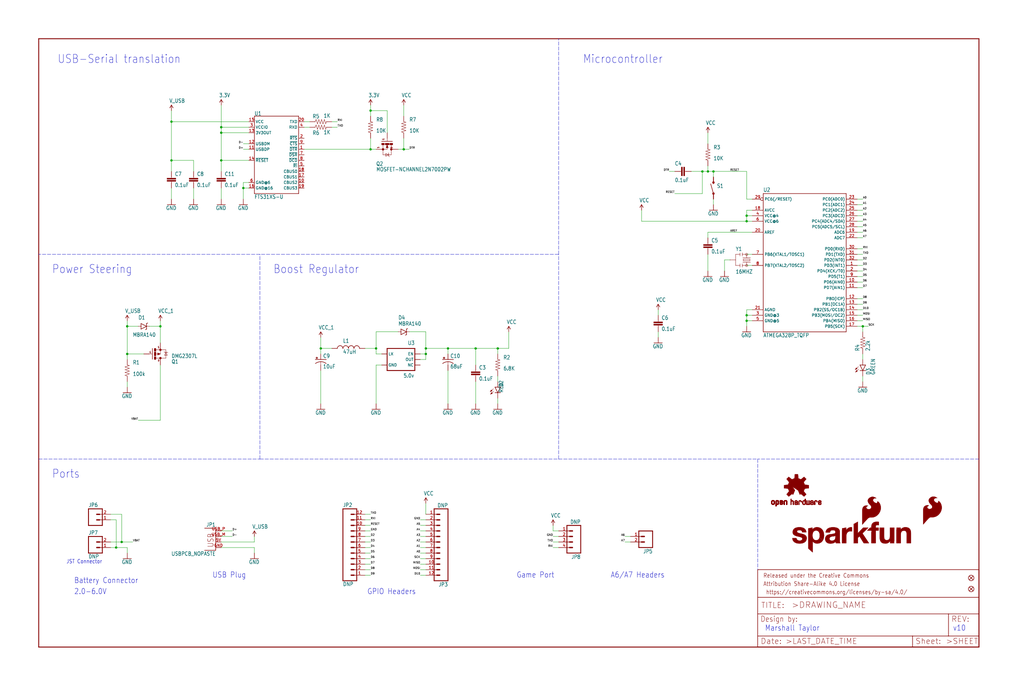
<source format=kicad_sch>
(kicad_sch (version 20211123) (generator eeschema)
  (paper "User" 470.306 317.906)
  (lib_symbols
    (symbol "eagleSchem-eagle-import:0.1UF-25V(+80{slash}-20%)(0603)"
      (property "Reference" "C" (at 1.524 2.921 0))
      (property "Value" "0.1UF-25V(+80{slash}-20%)(0603)" (at 1.524 -2.159 0))
      (symbol "0.1UF-25V(+80{slash}-20%)(0603)_1_0"
        (pin passive line (at 0 5.08 270) (length 2.54) (name "1") (number "1"))
        (pin passive line (at 0 -2.54 90) (length 2.54) (name "2") (number "2"))
      )
    )
    (symbol "eagleSchem-eagle-import:100KOHM-1{slash}10W-1%(0603)"
      (property "Reference" "R" (at -3.81 1.4986 0))
      (property "Value" "100KOHM-1{slash}10W-1%(0603)" (at -3.81 -3.302 0))
      (symbol "100KOHM-1{slash}10W-1%(0603)_1_0"
        (pin passive line (at -5.08 0 0) (length 2.54) (name "1") (number "1"))
        (pin passive line (at 5.08 0 180) (length 2.54) (name "2") (number "2"))
      )
    )
    (symbol "eagleSchem-eagle-import:10KOHM-1{slash}10W-1%(0603)0603"
      (property "Reference" "R" (at -3.81 1.4986 0))
      (property "Value" "10KOHM-1{slash}10W-1%(0603)0603" (at -3.81 -3.302 0))
      (symbol "10KOHM-1{slash}10W-1%(0603)0603_1_0"
        (pin passive line (at -5.08 0 0) (length 2.54) (name "1") (number "1"))
        (pin passive line (at 5.08 0 180) (length 2.54) (name "2") (number "2"))
      )
    )
    (symbol "eagleSchem-eagle-import:10UF-16V-10%(TANT)"
      (property "Reference" "C" (at 1.016 0.635 0))
      (property "Value" "10UF-16V-10%(TANT)" (at 1.016 -4.191 0))
      (symbol "10UF-16V-10%(TANT)_1_0"
        (pin passive line (at 0 2.54 270) (length 2.54) (name "+") (number "A"))
        (pin passive line (at 0 -5.08 90) (length 2.54) (name "-") (number "C"))
      )
    )
    (symbol "eagleSchem-eagle-import:1KOHM-1{slash}10W-1%(0603)"
      (property "Reference" "R" (at -3.81 1.4986 0))
      (property "Value" "1KOHM-1{slash}10W-1%(0603)" (at -3.81 -3.302 0))
      (symbol "1KOHM-1{slash}10W-1%(0603)_1_0"
        (pin passive line (at -5.08 0 0) (length 2.54) (name "1") (number "1"))
        (pin passive line (at 5.08 0 180) (length 2.54) (name "2") (number "2"))
      )
    )
    (symbol "eagleSchem-eagle-import:2.2KOHM-1{slash}10W-1%(0603)"
      (property "Reference" "R" (at -3.81 1.4986 0))
      (property "Value" "2.2KOHM-1{slash}10W-1%(0603)" (at -3.81 -3.302 0))
      (symbol "2.2KOHM-1{slash}10W-1%(0603)_1_0"
        (pin passive line (at -5.08 0 0) (length 2.54) (name "1") (number "1"))
        (pin passive line (at 5.08 0 180) (length 2.54) (name "2") (number "2"))
      )
    )
    (symbol "eagleSchem-eagle-import:3.3V" (power)
      (property "Value" "3.3V" (at -1.016 3.556 0))
      (symbol "3.3V_1_0"
        (pin power_in line (at 0 0 90) (length 2.54) (name "3.3V") (number "1"))
      )
    )
    (symbol "eagleSchem-eagle-import:6.8KOHM1{slash}10W1%(0603)"
      (property "Reference" "R" (at -3.81 1.4986 0))
      (property "Value" "6.8KOHM1{slash}10W1%(0603)" (at -3.81 -3.302 0))
      (symbol "6.8KOHM1{slash}10W1%(0603)_1_0"
        (pin passive line (at -5.08 0 0) (length 2.54) (name "1") (number "1"))
        (pin passive line (at 5.08 0 180) (length 2.54) (name "2") (number "2"))
      )
    )
    (symbol "eagleSchem-eagle-import:68UF-10V-10%(TANT)"
      (property "Reference" "C" (at 1.016 0.635 0))
      (property "Value" "68UF-10V-10%(TANT)" (at 1.016 -4.191 0))
      (symbol "68UF-10V-10%(TANT)_1_0"
        (pin passive line (at 0 2.54 270) (length 2.54) (name "+") (number "A"))
        (pin passive line (at 0 -5.08 90) (length 2.54) (name "-") (number "C"))
      )
    )
    (symbol "eagleSchem-eagle-import:ATMEGA328P_TQFP"
      (property "Reference" "U" (at -20.32 33.782 0))
      (property "Value" "ATMEGA328P_TQFP" (at -20.32 -33.02 0))
      (symbol "ATMEGA328P_TQFP_1_0"
        (pin bidirectional line (at 22.86 0 180) (length 5.08) (name "PD3(INT1)") (number "1"))
        (pin bidirectional line (at 22.86 -7.62 180) (length 5.08) (name "PD6(AIN0)") (number "10"))
        (pin bidirectional line (at 22.86 -10.16 180) (length 5.08) (name "PD7(AIN1)") (number "11"))
        (pin bidirectional line (at 22.86 -15.24 180) (length 5.08) (name "PB0(ICP)") (number "12"))
        (pin bidirectional line (at 22.86 -17.78 180) (length 5.08) (name "PB1(OC1A)") (number "13"))
        (pin bidirectional line (at 22.86 -20.32 180) (length 5.08) (name "PB2(SS/OC1B)") (number "14"))
        (pin bidirectional line (at 22.86 -22.86 180) (length 5.08) (name "PB3(MOSI/OC2)") (number "15"))
        (pin bidirectional line (at 22.86 -25.4 180) (length 5.08) (name "PB4(MISO)") (number "16"))
        (pin bidirectional line (at 22.86 -27.94 180) (length 5.08) (name "PB5(SCK)") (number "17"))
        (pin bidirectional line (at -25.4 25.4 0) (length 5.08) (name "AVCC") (number "18"))
        (pin bidirectional line (at 22.86 15.24 180) (length 5.08) (name "ADC6") (number "19"))
        (pin bidirectional line (at 22.86 -2.54 180) (length 5.08) (name "PD4(XCK/T0)") (number "2"))
        (pin bidirectional line (at -25.4 15.24 0) (length 5.08) (name "AREF") (number "20"))
        (pin bidirectional line (at -25.4 -20.32 0) (length 5.08) (name "AGND") (number "21"))
        (pin bidirectional line (at 22.86 12.7 180) (length 5.08) (name "ADC7") (number "22"))
        (pin bidirectional line (at 22.86 30.48 180) (length 5.08) (name "PC0(ADC0)") (number "23"))
        (pin bidirectional line (at 22.86 27.94 180) (length 5.08) (name "PC1(ADC1)") (number "24"))
        (pin bidirectional line (at 22.86 25.4 180) (length 5.08) (name "PC2(ADC2)") (number "25"))
        (pin bidirectional line (at 22.86 22.86 180) (length 5.08) (name "PC3(ADC3)") (number "26"))
        (pin bidirectional line (at 22.86 20.32 180) (length 5.08) (name "PC4(ADC4/SDA)") (number "27"))
        (pin bidirectional line (at 22.86 17.78 180) (length 5.08) (name "PC5(ADC5/SCL)") (number "28"))
        (pin bidirectional inverted (at -25.4 30.48 0) (length 5.08) (name "PC6(/RESET)") (number "29"))
        (pin bidirectional line (at -25.4 -22.86 0) (length 5.08) (name "GND@3") (number "3"))
        (pin bidirectional line (at 22.86 7.62 180) (length 5.08) (name "PD0(RXD)") (number "30"))
        (pin bidirectional line (at 22.86 5.08 180) (length 5.08) (name "PD1(TXD)") (number "31"))
        (pin bidirectional line (at 22.86 2.54 180) (length 5.08) (name "PD2(INT0)") (number "32"))
        (pin bidirectional line (at -25.4 22.86 0) (length 5.08) (name "VCC@4") (number "4"))
        (pin bidirectional line (at -25.4 -25.4 0) (length 5.08) (name "GND@5") (number "5"))
        (pin bidirectional line (at -25.4 20.32 0) (length 5.08) (name "VCC@6") (number "6"))
        (pin bidirectional line (at -25.4 5.08 0) (length 5.08) (name "PB6(XTAL1/TOSC1)") (number "7"))
        (pin bidirectional line (at -25.4 0 0) (length 5.08) (name "PB7(XTAL2/TOSC2)") (number "8"))
        (pin bidirectional line (at 22.86 -5.08 180) (length 5.08) (name "PD5(T1)") (number "9"))
      )
    )
    (symbol "eagleSchem-eagle-import:DIODE-SCHOTTKY-MBRA140"
      (property "Reference" "D" (at 2.54 0.4826 0))
      (property "Value" "DIODE-SCHOTTKY-MBRA140" (at 2.54 -2.3114 0))
      (symbol "DIODE-SCHOTTKY-MBRA140_1_0"
        (pin passive line (at -2.54 0 0) (length 0) (name "A") (number "A"))
        (pin passive line (at 2.54 0 180) (length 0) (name "C") (number "C"))
      )
    )
    (symbol "eagleSchem-eagle-import:FIDUCIAL1X2")
    (symbol "eagleSchem-eagle-import:FRAME-LEDGER"
      (symbol "FRAME-LEDGER_2_0"
        (text " https://creativecommons.org/licenses/by-sa/4.0/" (at 2.54 24.13 0) (effects (font (size 1.9304 1.6408)) (justify left bottom)))
        (text ">DRAWING_NAME" (at 15.494 17.78 0) (effects (font (size 2.7432 2.7432)) (justify left bottom)))
        (text ">LAST_DATE_TIME" (at 12.7 1.27 0) (effects (font (size 2.54 2.54)) (justify left bottom)))
        (text ">SHEET" (at 86.36 1.27 0) (effects (font (size 2.54 2.54)) (justify left bottom)))
        (text "Attribution Share-Alike 4.0 License" (at 2.54 27.94 0) (effects (font (size 1.9304 1.6408)) (justify left bottom)))
        (text "Date:" (at 1.27 1.27 0) (effects (font (size 2.54 2.54)) (justify left bottom)))
        (text "Design by:" (at 1.27 11.43 0) (effects (font (size 2.54 2.159)) (justify left bottom)))
        (text "Released under the Creative Commons" (at 2.54 31.75 0) (effects (font (size 1.9304 1.6408)) (justify left bottom)))
        (text "REV:" (at 88.9 11.43 0) (effects (font (size 2.54 2.54)) (justify left bottom)))
        (text "Sheet:" (at 72.39 1.27 0) (effects (font (size 2.54 2.54)) (justify left bottom)))
        (text "TITLE:" (at 1.524 17.78 0) (effects (font (size 2.54 2.54)) (justify left bottom)))
      )
    )
    (symbol "eagleSchem-eagle-import:FT231XS"
      (property "Reference" "U" (at -10.16 18.034 0))
      (property "Value" "FT231XS" (at -10.16 -18.288 0))
      (symbol "FT231XS_1_0"
        (pin bidirectional line (at 12.7 2.54 180) (length 2.54) (name "~{DTR}") (number "1"))
        (pin bidirectional line (at 12.7 -12.7 180) (length 2.54) (name "CBUS2") (number "10"))
        (pin bidirectional line (at -12.7 2.54 0) (length 2.54) (name "USBDP") (number "11"))
        (pin bidirectional line (at -12.7 5.08 0) (length 2.54) (name "USBDM") (number "12"))
        (pin bidirectional line (at -12.7 10.16 0) (length 2.54) (name "3V3OUT") (number "13"))
        (pin bidirectional line (at -12.7 -2.54 0) (length 2.54) (name "~{RESET}") (number "14"))
        (pin bidirectional line (at -12.7 15.24 0) (length 2.54) (name "VCC") (number "15"))
        (pin bidirectional line (at -12.7 -15.24 0) (length 2.54) (name "GND@16") (number "16"))
        (pin bidirectional line (at 12.7 -10.16 180) (length 2.54) (name "CBUS1") (number "17"))
        (pin bidirectional line (at 12.7 -7.62 180) (length 2.54) (name "CBUS0") (number "18"))
        (pin bidirectional line (at 12.7 -15.24 180) (length 2.54) (name "CBUS3") (number "19"))
        (pin bidirectional line (at 12.7 7.62 180) (length 2.54) (name "~{RTS}") (number "2"))
        (pin bidirectional line (at 12.7 15.24 180) (length 2.54) (name "TXD") (number "20"))
        (pin bidirectional line (at -12.7 12.7 0) (length 2.54) (name "VCCIO") (number "3"))
        (pin bidirectional line (at 12.7 12.7 180) (length 2.54) (name "RXD") (number "4"))
        (pin bidirectional line (at 12.7 -5.08 180) (length 2.54) (name "~{RI}") (number "5"))
        (pin bidirectional line (at -12.7 -12.7 0) (length 2.54) (name "GND@6") (number "6"))
        (pin bidirectional line (at 12.7 0 180) (length 2.54) (name "~{DSR}") (number "7"))
        (pin bidirectional line (at 12.7 -2.54 180) (length 2.54) (name "~{DCD}") (number "8"))
        (pin bidirectional line (at 12.7 5.08 180) (length 2.54) (name "~{CTS}") (number "9"))
      )
    )
    (symbol "eagleSchem-eagle-import:GND" (power)
      (property "Value" "GND" (at -2.54 -2.54 0))
      (symbol "GND_1_0"
        (pin power_in line (at 0 2.54 270) (length 2.54) (name "GND") (number "1"))
      )
    )
    (symbol "eagleSchem-eagle-import:INDUCTORCR54-47UH"
      (property "Reference" "L" (at 2.54 5.08 0))
      (property "Value" "INDUCTORCR54-47UH" (at 2.54 -5.08 0))
      (symbol "INDUCTORCR54-47UH_1_0"
        (pin passive line (at 0 7.62 270) (length 2.54) (name "1") (number "P$1"))
        (pin passive line (at 0 -7.62 90) (length 2.54) (name "2") (number "P$2"))
      )
    )
    (symbol "eagleSchem-eagle-import:LED-GREEN0603"
      (property "Reference" "D" (at 3.556 -4.572 90))
      (property "Value" "LED-GREEN0603" (at 5.715 -4.572 90))
      (symbol "LED-GREEN0603_1_0"
        (pin passive line (at 0 2.54 270) (length 2.54) (name "A") (number "A"))
        (pin passive line (at 0 -5.08 90) (length 2.54) (name "C") (number "C"))
      )
    )
    (symbol "eagleSchem-eagle-import:LED-RED0603"
      (property "Reference" "D" (at 3.556 -4.572 90))
      (property "Value" "LED-RED0603" (at 5.715 -4.572 90))
      (symbol "LED-RED0603_1_0"
        (pin passive line (at 0 2.54 270) (length 2.54) (name "A") (number "A"))
        (pin passive line (at 0 -5.08 90) (length 2.54) (name "C") (number "C"))
      )
    )
    (symbol "eagleSchem-eagle-import:M021X02_NO_SILK"
      (property "Reference" "JP" (at -2.54 5.842 0))
      (property "Value" "M021X02_NO_SILK" (at -2.54 -5.08 0))
      (symbol "M021X02_NO_SILK_1_0"
        (pin passive line (at 7.62 0 180) (length 5.08) (name "1") (number "1"))
        (pin passive line (at 7.62 2.54 180) (length 5.08) (name "2") (number "2"))
      )
    )
    (symbol "eagleSchem-eagle-import:M02JST-PTH-2"
      (property "Reference" "JP" (at -2.54 5.842 0))
      (property "Value" "M02JST-PTH-2" (at -2.54 -5.08 0))
      (symbol "M02JST-PTH-2_1_0"
        (pin passive line (at 7.62 0 180) (length 5.08) (name "1") (number "1"))
        (pin passive line (at 7.62 2.54 180) (length 5.08) (name "2") (number "2"))
      )
    )
    (symbol "eagleSchem-eagle-import:M04NO_SILK_ALL_ROUND"
      (property "Reference" "JP" (at -5.08 8.382 0))
      (property "Value" "M04NO_SILK_ALL_ROUND" (at -5.08 -7.62 0))
      (symbol "M04NO_SILK_ALL_ROUND_1_0"
        (pin passive line (at 5.08 -2.54 180) (length 5.08) (name "1") (number "1"))
        (pin passive line (at 5.08 0 180) (length 5.08) (name "2") (number "2"))
        (pin passive line (at 5.08 2.54 180) (length 5.08) (name "3") (number "3"))
        (pin passive line (at 5.08 5.08 180) (length 5.08) (name "4") (number "4"))
      )
    )
    (symbol "eagleSchem-eagle-import:M12NO_SILK"
      (property "Reference" "JP" (at 0 16.002 0))
      (property "Value" "M12NO_SILK" (at 0 -20.32 0))
      (symbol "M12NO_SILK_1_0"
        (pin passive line (at 10.16 -15.24 180) (length 5.08) (name "1") (number "1"))
        (pin passive line (at 10.16 7.62 180) (length 5.08) (name "10") (number "10"))
        (pin passive line (at 10.16 10.16 180) (length 5.08) (name "11") (number "11"))
        (pin passive line (at 10.16 12.7 180) (length 5.08) (name "12") (number "12"))
        (pin passive line (at 10.16 -12.7 180) (length 5.08) (name "2") (number "2"))
        (pin passive line (at 10.16 -10.16 180) (length 5.08) (name "3") (number "3"))
        (pin passive line (at 10.16 -7.62 180) (length 5.08) (name "4") (number "4"))
        (pin passive line (at 10.16 -5.08 180) (length 5.08) (name "5") (number "5"))
        (pin passive line (at 10.16 -2.54 180) (length 5.08) (name "6") (number "6"))
        (pin passive line (at 10.16 0 180) (length 5.08) (name "7") (number "7"))
        (pin passive line (at 10.16 2.54 180) (length 5.08) (name "8") (number "8"))
        (pin passive line (at 10.16 5.08 180) (length 5.08) (name "9") (number "9"))
      )
    )
    (symbol "eagleSchem-eagle-import:MOSFET-NCHANNEL2N7002PW"
      (property "Reference" "Q" (at 5.08 2.54 0))
      (property "Value" "MOSFET-NCHANNEL2N7002PW" (at 5.08 0 0))
      (symbol "MOSFET-NCHANNEL2N7002PW_1_0"
        (text "D" (at -1.27 2.54 0) (effects (font (size 0.8128 0.6908)) (justify left bottom)))
        (text "G" (at -5.08 -1.27 0) (effects (font (size 0.8128 0.6908)) (justify left bottom)))
        (text "S" (at -1.27 -3.556 0) (effects (font (size 0.8128 0.6908)) (justify left bottom)))
        (pin passive line (at -7.62 0 0) (length 2.54) (name "G") (number "1"))
        (pin passive line (at 0 -5.08 90) (length 2.54) (name "S") (number "2"))
        (pin passive line (at 0 5.08 270) (length 2.54) (name "D") (number "3"))
      )
    )
    (symbol "eagleSchem-eagle-import:MOSFET-PCHANNELDMG2307L"
      (property "Reference" "Q" (at 5.08 2.54 0))
      (property "Value" "MOSFET-PCHANNELDMG2307L" (at 5.08 0 0))
      (symbol "MOSFET-PCHANNELDMG2307L_1_0"
        (text "D" (at -1.27 2.54 0) (effects (font (size 0.8128 0.6908)) (justify left bottom)))
        (text "G" (at -5.08 -1.27 0) (effects (font (size 0.8128 0.6908)) (justify left bottom)))
        (text "S" (at -1.27 -3.556 0) (effects (font (size 0.8128 0.6908)) (justify left bottom)))
        (pin passive line (at -7.62 0 0) (length 2.54) (name "G") (number "1"))
        (pin passive line (at 0 -5.08 90) (length 2.54) (name "S") (number "2"))
        (pin passive line (at 0 5.08 270) (length 2.54) (name "D") (number "3"))
      )
    )
    (symbol "eagleSchem-eagle-import:OSHW-LOGOS")
    (symbol "eagleSchem-eagle-import:RESONATOR16MHZ"
      (property "Reference" "Y" (at 2.54 1.016 0))
      (property "Value" "RESONATOR16MHZ" (at 2.54 -7.62 0))
      (symbol "RESONATOR16MHZ_1_0"
        (pin passive line (at -2.54 0 0) (length 0) (name "1") (number "1"))
        (pin passive line (at 0 -7.62 90) (length 0) (name "2") (number "2"))
        (pin passive line (at 2.54 0 180) (length 0) (name "3") (number "3"))
      )
    )
    (symbol "eagleSchem-eagle-import:SFE_LOGO_FLAME.1_INCH")
    (symbol "eagleSchem-eagle-import:SFE_LOGO_NAME_FLAME.1_INCH")
    (symbol "eagleSchem-eagle-import:SWITCH-MOMENTARY-2SMD-REDUNDANT"
      (property "Reference" "S" (at -2.54 2.54 0))
      (property "Value" "SWITCH-MOMENTARY-2SMD-REDUNDANT" (at -2.54 -2.54 0))
      (symbol "SWITCH-MOMENTARY-2SMD-REDUNDANT_1_0"
        (pin passive line (at -5.08 0 0) (length 2.54) (name "1") (number "1"))
        (pin passive line (at -5.08 0 0) (length 2.54) (name "1") (number "2"))
        (pin passive line (at 5.08 0 180) (length 2.54) (name "2") (number "3"))
        (pin passive line (at 5.08 0 180) (length 2.54) (name "2") (number "4"))
      )
    )
    (symbol "eagleSchem-eagle-import:USBPCB_NOPASTE"
      (property "Reference" "JP" (at 0 9.525 0))
      (property "Value" "USBPCB_NOPASTE" (at 0 -3.81 0))
      (symbol "USBPCB_NOPASTE_1_0"
        (text "USB" (at 3.81 0 900) (effects (font (size 2.54 2.159)) (justify left bottom)))
        (pin bidirectional line (at -2.54 2.54 0) (length 2.54) (name "VBUS") (number "5V"))
        (pin bidirectional line (at -2.54 0 0) (length 2.54) (name "GND") (number "GND"))
        (pin bidirectional line (at -2.54 5.08 0) (length 2.54) (name "D-") (number "USB_M"))
        (pin bidirectional line (at -2.54 7.62 0) (length 2.54) (name "D+") (number "USB_P"))
      )
    )
    (symbol "eagleSchem-eagle-import:VCC" (power)
      (property "Value" "VCC" (at -1.016 3.556 0))
      (symbol "VCC_1_0"
        (pin power_in line (at 0 0 90) (length 2.54) (name "VCC") (number "1"))
      )
    )
    (symbol "eagleSchem-eagle-import:VCC_1" (power)
      (property "Value" "VCC_1" (at -1.016 3.556 0))
      (symbol "VCC_1_1_0"
        (pin power_in line (at 0 0 90) (length 2.54) (name "VCC_1") (number "1"))
      )
    )
    (symbol "eagleSchem-eagle-import:V_REG_NCP1400_5V"
      (property "Reference" "IC" (at -5.08 6.604 0))
      (property "Value" "V_REG_NCP1400_5V" (at -4.826 -8.382 0))
      (symbol "V_REG_NCP1400_5V_1_0"
        (pin input line (at -7.62 2.54 0) (length 2.54) (name "EN") (number "1"))
        (pin passive line (at -7.62 0 0) (length 2.54) (name "OUT") (number "2"))
        (pin input line (at -7.62 -2.54 0) (length 2.54) (name "NC") (number "3"))
        (pin input line (at 10.16 -2.54 180) (length 2.54) (name "GND") (number "4"))
        (pin input line (at 10.16 2.54 180) (length 2.54) (name "LX") (number "5"))
      )
    )
    (symbol "eagleSchem-eagle-import:V_USB" (power)
      (property "Value" "V_USB" (at -1.016 3.556 0))
      (symbol "V_USB_1_0"
        (pin power_in line (at 0 0 90) (length 2.54) (name "V_USB") (number "1"))
      )
    )
  )
  (junction (at 327.66 78.74))
  (junction (at 195.58 162.56))
  (junction (at 322.58 78.74))
  (junction (at 205.74 160.02))
  (junction (at 170.18 50.8))
  (junction (at 111.76 86.36))
  (junction (at 101.6 73.66))
  (junction (at 342.9 101.6))
  (junction (at 55.88 248.92))
  (junction (at 396.24 149.86))
  (junction (at 228.6 160.02))
  (junction (at 170.18 68.58))
  (junction (at 58.42 162.56))
  (junction (at 325.12 78.74))
  (junction (at 78.74 73.66))
  (junction (at 147.32 160.02))
  (junction (at 172.72 160.02))
  (junction (at 101.6 60.96))
  (junction (at 78.74 55.88))
  (junction (at 195.58 160.02))
  (junction (at 218.44 160.02))
  (junction (at 185.42 68.58))
  (junction (at 342.9 99.06))
  (junction (at 58.42 149.86))
  (junction (at 342.9 144.78))
  (junction (at 73.66 149.86))
  (junction (at 342.9 147.32))
  (junction (at 101.6 58.42))
  (junction (at 53.34 251.46))
  (wire (pts (xy 167.64 261.62) (xy 170.18 261.62)))
  (wire (pts (xy 66.04 162.56) (xy 58.42 162.56)))
  (wire (pts (xy 177.8 50.8) (xy 177.8 60.96)))
  (wire (pts (xy 193.04 248.92) (xy 195.58 248.92)))
  (wire (pts (xy 152.4 55.88) (xy 154.94 55.88)))
  (wire (pts (xy 342.9 96.52) (xy 342.9 99.06)))
  (wire (pts (xy 152.4 58.42) (xy 154.94 58.42)))
  (wire (pts (xy 101.6 73.66) (xy 101.6 60.96)))
  (wire (pts (xy 175.26 167.64) (xy 172.72 167.64)))
  (wire (pts (xy 393.7 91.44) (xy 396.24 91.44)))
  (wire (pts (xy 345.44 144.78) (xy 342.9 144.78)))
  (wire (pts (xy 193.04 261.62) (xy 195.58 261.62)))
  (wire (pts (xy 193.04 251.46) (xy 195.58 251.46)))
  (wire (pts (xy 393.7 99.06) (xy 396.24 99.06)))
  (wire (pts (xy 393.7 96.52) (xy 396.24 96.52)))
  (wire (pts (xy 142.24 58.42) (xy 139.7 58.42)))
  (wire (pts (xy 78.74 73.66) (xy 78.74 55.88)))
  (wire (pts (xy 114.3 60.96) (xy 101.6 60.96)))
  (wire (pts (xy 345.44 142.24) (xy 342.9 142.24)))
  (wire (pts (xy 342.9 142.24) (xy 342.9 144.78)))
  (wire (pts (xy 55.88 236.22) (xy 55.88 248.92)))
  (wire (pts (xy 167.64 238.76) (xy 170.18 238.76)))
  (wire (pts (xy 170.18 68.58) (xy 172.72 68.58)))
  (wire (pts (xy 345.44 101.6) (xy 342.9 101.6)))
  (wire (pts (xy 50.8 236.22) (xy 55.88 236.22)))
  (wire (pts (xy 73.66 193.04) (xy 73.66 167.64)))
  (wire (pts (xy 114.3 55.88) (xy 78.74 55.88)))
  (wire (pts (xy 322.58 78.74) (xy 325.12 78.74)))
  (polyline (pts (xy 256.54 210.82) (xy 347.98 210.82)))
  (wire (pts (xy 325.12 106.68) (xy 325.12 109.22)))
  (wire (pts (xy 322.58 78.74) (xy 322.58 88.9)))
  (wire (pts (xy 55.88 248.92) (xy 60.96 248.92)))
  (wire (pts (xy 393.7 101.6) (xy 396.24 101.6)))
  (wire (pts (xy 68.58 149.86) (xy 73.66 149.86)))
  (wire (pts (xy 393.7 109.22) (xy 396.24 109.22)))
  (wire (pts (xy 147.32 160.02) (xy 147.32 154.94)))
  (wire (pts (xy 325.12 78.74) (xy 327.66 78.74)))
  (wire (pts (xy 393.7 132.08) (xy 396.24 132.08)))
  (wire (pts (xy 228.6 160.02) (xy 228.6 162.56)))
  (wire (pts (xy 101.6 248.92) (xy 116.84 248.92)))
  (wire (pts (xy 322.58 88.9) (xy 309.88 88.9)))
  (wire (pts (xy 193.04 241.3) (xy 195.58 241.3)))
  (wire (pts (xy 114.3 68.58) (xy 111.76 68.58)))
  (wire (pts (xy 170.18 53.34) (xy 170.18 50.8)))
  (wire (pts (xy 114.3 66.04) (xy 111.76 66.04)))
  (wire (pts (xy 393.7 121.92) (xy 396.24 121.92)))
  (wire (pts (xy 172.72 160.02) (xy 172.72 152.4)))
  (wire (pts (xy 78.74 78.74) (xy 78.74 73.66)))
  (wire (pts (xy 58.42 175.26) (xy 58.42 177.8)))
  (wire (pts (xy 342.9 99.06) (xy 342.9 101.6)))
  (wire (pts (xy 193.04 254) (xy 195.58 254)))
  (wire (pts (xy 332.74 119.38) (xy 332.74 124.46)))
  (wire (pts (xy 78.74 73.66) (xy 88.9 73.66)))
  (wire (pts (xy 147.32 160.02) (xy 147.32 162.56)))
  (wire (pts (xy 167.64 246.38) (xy 170.18 246.38)))
  (wire (pts (xy 342.9 144.78) (xy 342.9 147.32)))
  (wire (pts (xy 345.44 91.44) (xy 342.9 91.44)))
  (polyline (pts (xy 17.78 210.82) (xy 119.38 210.82)))
  (wire (pts (xy 167.64 256.54) (xy 170.18 256.54)))
  (wire (pts (xy 167.64 160.02) (xy 172.72 160.02)))
  (wire (pts (xy 218.44 175.26) (xy 218.44 185.42)))
  (wire (pts (xy 345.44 106.68) (xy 325.12 106.68)))
  (wire (pts (xy 396.24 162.56) (xy 396.24 165.1)))
  (polyline (pts (xy 119.38 210.82) (xy 256.54 210.82)))
  (wire (pts (xy 256.54 246.38) (xy 254 246.38)))
  (wire (pts (xy 393.7 144.78) (xy 396.24 144.78)))
  (wire (pts (xy 325.12 116.84) (xy 325.12 124.46)))
  (wire (pts (xy 167.64 236.22) (xy 170.18 236.22)))
  (wire (pts (xy 185.42 63.5) (xy 185.42 68.58)))
  (wire (pts (xy 50.8 238.76) (xy 53.34 238.76)))
  (wire (pts (xy 172.72 167.64) (xy 172.72 185.42)))
  (wire (pts (xy 142.24 55.88) (xy 139.7 55.88)))
  (wire (pts (xy 139.7 68.58) (xy 170.18 68.58)))
  (wire (pts (xy 228.6 172.72) (xy 228.6 175.26)))
  (wire (pts (xy 342.9 147.32) (xy 342.9 149.86)))
  (wire (pts (xy 114.3 83.82) (xy 111.76 83.82)))
  (wire (pts (xy 195.58 162.56) (xy 195.58 165.1)))
  (wire (pts (xy 195.58 165.1) (xy 193.04 165.1)))
  (wire (pts (xy 101.6 60.96) (xy 101.6 58.42)))
  (wire (pts (xy 101.6 58.42) (xy 114.3 58.42)))
  (wire (pts (xy 393.7 106.68) (xy 396.24 106.68)))
  (wire (pts (xy 58.42 149.86) (xy 63.5 149.86)))
  (wire (pts (xy 114.3 73.66) (xy 101.6 73.66)))
  (wire (pts (xy 205.74 170.18) (xy 205.74 185.42)))
  (polyline (pts (xy 119.38 116.84) (xy 17.78 116.84)))
  (wire (pts (xy 116.84 251.46) (xy 116.84 254)))
  (wire (pts (xy 218.44 160.02) (xy 218.44 167.64)))
  (wire (pts (xy 393.7 142.24) (xy 396.24 142.24)))
  (wire (pts (xy 88.9 73.66) (xy 88.9 78.74)))
  (wire (pts (xy 393.7 147.32) (xy 396.24 147.32)))
  (wire (pts (xy 195.58 231.14) (xy 195.58 236.22)))
  (polyline (pts (xy 347.98 210.82) (xy 347.98 261.62)))
  (wire (pts (xy 167.64 254) (xy 170.18 254)))
  (wire (pts (xy 393.7 104.14) (xy 396.24 104.14)))
  (wire (pts (xy 393.7 129.54) (xy 396.24 129.54)))
  (wire (pts (xy 233.68 160.02) (xy 233.68 152.4)))
  (wire (pts (xy 205.74 160.02) (xy 218.44 160.02)))
  (wire (pts (xy 167.64 259.08) (xy 170.18 259.08)))
  (wire (pts (xy 254 243.84) (xy 254 241.3)))
  (wire (pts (xy 396.24 149.86) (xy 398.78 149.86)))
  (polyline (pts (xy 449.58 210.82) (xy 347.98 210.82)))
  (wire (pts (xy 147.32 170.18) (xy 147.32 185.42)))
  (wire (pts (xy 101.6 243.84) (xy 106.68 243.84)))
  (wire (pts (xy 167.64 241.3) (xy 170.18 241.3)))
  (wire (pts (xy 116.84 248.92) (xy 116.84 246.38)))
  (wire (pts (xy 195.58 152.4) (xy 195.58 160.02)))
  (wire (pts (xy 170.18 50.8) (xy 170.18 48.26)))
  (wire (pts (xy 193.04 238.76) (xy 195.58 238.76)))
  (wire (pts (xy 167.64 248.92) (xy 170.18 248.92)))
  (wire (pts (xy 63.5 193.04) (xy 73.66 193.04)))
  (polyline (pts (xy 256.54 116.84) (xy 119.38 116.84)))
  (wire (pts (xy 342.9 91.44) (xy 342.9 78.74)))
  (wire (pts (xy 393.7 93.98) (xy 396.24 93.98)))
  (wire (pts (xy 327.66 91.44) (xy 327.66 93.98)))
  (wire (pts (xy 78.74 55.88) (xy 78.74 50.8)))
  (wire (pts (xy 294.64 96.52) (xy 294.64 101.6)))
  (wire (pts (xy 53.34 238.76) (xy 53.34 251.46)))
  (wire (pts (xy 187.96 152.4) (xy 195.58 152.4)))
  (wire (pts (xy 393.7 137.16) (xy 396.24 137.16)))
  (wire (pts (xy 193.04 256.54) (xy 195.58 256.54)))
  (wire (pts (xy 302.26 152.4) (xy 302.26 154.94)))
  (wire (pts (xy 228.6 160.02) (xy 233.68 160.02)))
  (wire (pts (xy 294.64 101.6) (xy 342.9 101.6)))
  (wire (pts (xy 195.58 162.56) (xy 195.58 160.02)))
  (wire (pts (xy 58.42 149.86) (xy 58.42 147.32)))
  (wire (pts (xy 345.44 116.84) (xy 342.9 116.84)))
  (wire (pts (xy 256.54 248.92) (xy 254 248.92)))
  (wire (pts (xy 218.44 160.02) (xy 228.6 160.02)))
  (wire (pts (xy 50.8 248.92) (xy 55.88 248.92)))
  (wire (pts (xy 345.44 147.32) (xy 342.9 147.32)))
  (wire (pts (xy 309.88 78.74) (xy 307.34 78.74)))
  (wire (pts (xy 193.04 264.16) (xy 195.58 264.16)))
  (wire (pts (xy 317.5 78.74) (xy 322.58 78.74)))
  (wire (pts (xy 172.72 152.4) (xy 182.88 152.4)))
  (wire (pts (xy 58.42 254) (xy 58.42 251.46)))
  (polyline (pts (xy 256.54 116.84) (xy 256.54 17.78)))
  (wire (pts (xy 345.44 121.92) (xy 342.9 121.92)))
  (wire (pts (xy 111.76 86.36) (xy 111.76 91.44)))
  (wire (pts (xy 342.9 78.74) (xy 327.66 78.74)))
  (wire (pts (xy 73.66 149.86) (xy 73.66 157.48)))
  (wire (pts (xy 175.26 162.56) (xy 172.72 162.56)))
  (wire (pts (xy 73.66 149.86) (xy 73.66 147.32)))
  (wire (pts (xy 152.4 160.02) (xy 147.32 160.02)))
  (wire (pts (xy 393.7 116.84) (xy 396.24 116.84)))
  (wire (pts (xy 58.42 165.1) (xy 58.42 162.56)))
  (polyline (pts (xy 256.54 210.82) (xy 256.54 116.84)))
  (wire (pts (xy 101.6 58.42) (xy 101.6 48.26)))
  (wire (pts (xy 101.6 246.38) (xy 106.68 246.38)))
  (wire (pts (xy 396.24 172.72) (xy 396.24 175.26)))
  (wire (pts (xy 193.04 246.38) (xy 195.58 246.38)))
  (wire (pts (xy 185.42 68.58) (xy 187.96 68.58)))
  (wire (pts (xy 111.76 83.82) (xy 111.76 86.36)))
  (wire (pts (xy 393.7 139.7) (xy 396.24 139.7)))
  (wire (pts (xy 185.42 53.34) (xy 185.42 48.26)))
  (wire (pts (xy 78.74 86.36) (xy 78.74 91.44)))
  (wire (pts (xy 393.7 124.46) (xy 396.24 124.46)))
  (wire (pts (xy 50.8 251.46) (xy 53.34 251.46)))
  (wire (pts (xy 325.12 60.96) (xy 325.12 66.04)))
  (wire (pts (xy 256.54 243.84) (xy 254 243.84)))
  (wire (pts (xy 167.64 251.46) (xy 170.18 251.46)))
  (wire (pts (xy 58.42 162.56) (xy 58.42 149.86)))
  (wire (pts (xy 111.76 86.36) (xy 114.3 86.36)))
  (wire (pts (xy 101.6 78.74) (xy 101.6 73.66)))
  (wire (pts (xy 289.56 246.38) (xy 287.02 246.38)))
  (wire (pts (xy 325.12 76.2) (xy 325.12 78.74)))
  (wire (pts (xy 256.54 251.46) (xy 254 251.46)))
  (wire (pts (xy 193.04 162.56) (xy 195.58 162.56)))
  (polyline (pts (xy 119.38 210.82) (xy 119.38 116.84)))
  (wire (pts (xy 167.64 264.16) (xy 170.18 264.16)))
  (wire (pts (xy 393.7 149.86) (xy 396.24 149.86)))
  (wire (pts (xy 170.18 50.8) (xy 177.8 50.8)))
  (wire (pts (xy 193.04 259.08) (xy 195.58 259.08)))
  (wire (pts (xy 101.6 91.44) (xy 101.6 86.36)))
  (wire (pts (xy 228.6 182.88) (xy 228.6 185.42)))
  (wire (pts (xy 393.7 119.38) (xy 396.24 119.38)))
  (wire (pts (xy 195.58 160.02) (xy 205.74 160.02)))
  (wire (pts (xy 396.24 152.4) (xy 396.24 149.86)))
  (wire (pts (xy 327.66 81.28) (xy 327.66 78.74)))
  (wire (pts (xy 182.88 68.58) (xy 185.42 68.58)))
  (wire (pts (xy 345.44 99.06) (xy 342.9 99.06)))
  (wire (pts (xy 172.72 162.56) (xy 172.72 160.02)))
  (wire (pts (xy 335.28 119.38) (xy 332.74 119.38)))
  (wire (pts (xy 170.18 68.58) (xy 170.18 63.5)))
  (wire (pts (xy 88.9 86.36) (xy 88.9 91.44)))
  (wire (pts (xy 393.7 114.3) (xy 396.24 114.3)))
  (wire (pts (xy 205.74 160.02) (xy 205.74 162.56)))
  (wire (pts (xy 302.26 142.24) (xy 302.26 144.78)))
  (wire (pts (xy 289.56 248.92) (xy 287.02 248.92)))
  (wire (pts (xy 167.64 243.84) (xy 170.18 243.84)))
  (wire (pts (xy 193.04 243.84) (xy 195.58 243.84)))
  (wire (pts (xy 345.44 96.52) (xy 342.9 96.52)))
  (wire (pts (xy 393.7 127) (xy 396.24 127)))
  (wire (pts (xy 53.34 251.46) (xy 58.42 251.46)))
  (wire (pts (xy 101.6 251.46) (xy 116.84 251.46)))
  (text "2.0-6.0V" (at 34.036 273.304 180) (effects (font (size 2.54 2.159)) (justify left bottom)))
  (text "Ports" (at 23.876 219.964 180) (effects (font (size 3.81 3.2385)) (justify left bottom)))
  (text "v10" (at 437.642 290.068 180) (effects (font (size 2.54 2.159)) (justify left bottom)))
  (text "USB-Serial translation" (at 26.416 29.464 180) (effects (font (size 3.81 3.2385)) (justify left bottom)))
  (text "Battery Connector" (at 34.036 268.224 180) (effects (font (size 2.54 2.159)) (justify left bottom)))
  (text "Marshall Taylor" (at 351.282 290.068 180) (effects (font (size 2.54 2.159)) (justify left bottom)))
  (text "GPIO Headers" (at 168.656 273.304 180) (effects (font (size 2.54 2.159)) (justify left bottom)))
  (text "JST Connector" (at 30.48 259.08 180) (effects (font (size 1.778 1.5113)) (justify left bottom)))
  (text "USB Plug" (at 97.536 265.684 180) (effects (font (size 2.54 2.159)) (justify left bottom)))
  (text "Boost Regulator" (at 125.476 125.984 180) (effects (font (size 3.81 3.2385)) (justify left bottom)))
  (text "A6/A7 Headers" (at 280.416 265.684 180) (effects (font (size 2.54 2.159)) (justify left bottom)))
  (text "Power Steering" (at 23.876 125.984 180) (effects (font (size 3.81 3.2385)) (justify left bottom)))
  (text "Game Port" (at 237.236 265.684 180) (effects (font (size 2.54 2.159)) (justify left bottom)))
  (text "Microcontroller" (at 267.716 29.464 180) (effects (font (size 3.81 3.2385)) (justify left bottom)))
  (label "A3" (at 193.04 246.38 180) (effects (font (size 0.889 0.889))))
  (label "MISO" (at 396.24 147.32 0) (effects (font (size 0.889 0.889))))
  (label "MOSI" (at 193.04 261.62 180) (effects (font (size 0.889 0.889))))
  (label "A5" (at 193.04 241.3 180) (effects (font (size 0.889 0.889))))
  (label "RXI" (at 170.18 238.76 0) (effects (font (size 0.889 0.889))))
  (label "D3" (at 396.24 121.92 0) (effects (font (size 0.889 0.889))))
  (label "D7" (at 396.24 132.08 0) (effects (font (size 0.889 0.889))))
  (label "RESET" (at 309.88 88.9 180) (effects (font (size 0.889 0.889))))
  (label "SCK" (at 398.78 149.86 0) (effects (font (size 0.889 0.889))))
  (label "D9" (at 396.24 139.7 0) (effects (font (size 0.889 0.889))))
  (label "D6" (at 396.24 129.54 0) (effects (font (size 0.889 0.889))))
  (label "VBAT" (at 60.96 248.92 0) (effects (font (size 0.889 0.889))))
  (label "A7" (at 287.02 248.92 180) (effects (font (size 0.889 0.889))))
  (label "A4" (at 396.24 101.6 0) (effects (font (size 0.889 0.889))))
  (label "A5" (at 396.24 104.14 0) (effects (font (size 0.889 0.889))))
  (label "SCK" (at 193.04 256.54 180) (effects (font (size 0.889 0.889))))
  (label "A6" (at 396.24 106.68 0) (effects (font (size 0.889 0.889))))
  (label "A2" (at 193.04 248.92 180) (effects (font (size 0.889 0.889))))
  (label "A0" (at 396.24 91.44 0) (effects (font (size 0.889 0.889))))
  (label "TXO" (at 396.24 116.84 0) (effects (font (size 0.889 0.889))))
  (label "A4" (at 193.04 243.84 180) (effects (font (size 0.889 0.889))))
  (label "GND" (at 193.04 238.76 180) (effects (font (size 0.889 0.889))))
  (label "AREF" (at 335.28 106.68 0) (effects (font (size 0.889 0.889))))
  (label "D4" (at 170.18 251.46 0) (effects (font (size 0.889 0.889))))
  (label "TXO" (at 254 248.92 180) (effects (font (size 0.889 0.889))))
  (label "D+" (at 111.76 68.58 180) (effects (font (size 0.889 0.889))))
  (label "A0" (at 193.04 254 180) (effects (font (size 0.889 0.889))))
  (label "D8" (at 170.18 261.62 0) (effects (font (size 0.889 0.889))))
  (label "TXO" (at 154.94 58.42 0) (effects (font (size 0.889 0.889))))
  (label "RXI" (at 254 251.46 180) (effects (font (size 0.889 0.889))))
  (label "DTR" (at 307.34 78.74 180) (effects (font (size 0.889 0.889))))
  (label "D9" (at 170.18 264.16 0) (effects (font (size 0.889 0.889))))
  (label "D+" (at 106.68 243.84 0) (effects (font (size 0.889 0.889))))
  (label "D2" (at 396.24 119.38 0) (effects (font (size 0.889 0.889))))
  (label "D3" (at 170.18 248.92 0) (effects (font (size 0.889 0.889))))
  (label "D10" (at 193.04 264.16 180) (effects (font (size 0.889 0.889))))
  (label "D6" (at 170.18 256.54 0) (effects (font (size 0.889 0.889))))
  (label "GND" (at 254 246.38 180) (effects (font (size 0.889 0.889))))
  (label "A2" (at 396.24 96.52 0) (effects (font (size 0.889 0.889))))
  (label "MISO" (at 193.04 259.08 180) (effects (font (size 0.889 0.889))))
  (label "RXI" (at 396.24 114.3 0) (effects (font (size 0.889 0.889))))
  (label "RXI" (at 154.94 55.88 0) (effects (font (size 0.889 0.889))))
  (label "D-" (at 111.76 66.04 180) (effects (font (size 0.889 0.889))))
  (label "D4" (at 396.24 124.46 0) (effects (font (size 0.889 0.889))))
  (label "D10" (at 396.24 142.24 0) (effects (font (size 0.889 0.889))))
  (label "D-" (at 106.68 246.38 0) (effects (font (size 0.889 0.889))))
  (label "A6" (at 287.02 246.38 180) (effects (font (size 0.889 0.889))))
  (label "DTR" (at 187.96 68.58 0) (effects (font (size 0.889 0.889))))
  (label "D7" (at 170.18 259.08 0) (effects (font (size 0.889 0.889))))
  (label "VBAT" (at 63.5 193.04 180) (effects (font (size 0.889 0.889))))
  (label "A1" (at 193.04 251.46 180) (effects (font (size 0.889 0.889))))
  (label "A7" (at 396.24 109.22 0) (effects (font (size 0.889 0.889))))
  (label "D5" (at 170.18 254 0) (effects (font (size 0.889 0.889))))
  (label "GND" (at 170.18 243.84 0) (effects (font (size 0.889 0.889))))
  (label "RESET" (at 170.18 241.3 0) (effects (font (size 0.889 0.889))))
  (label "A3" (at 396.24 99.06 0) (effects (font (size 0.889 0.889))))
  (label "D2" (at 170.18 246.38 0) (effects (font (size 0.889 0.889))))
  (label "D5" (at 396.24 127 0) (effects (font (size 0.889 0.889))))
  (label "TXO" (at 170.18 236.22 0) (effects (font (size 0.889 0.889))))
  (label "D8" (at 396.24 137.16 0) (effects (font (size 0.889 0.889))))
  (label "RESET" (at 335.28 78.74 0) (effects (font (size 0.889 0.889))))
  (label "MOSI" (at 396.24 144.78 0) (effects (font (size 0.889 0.889))))
  (label "A1" (at 396.24 93.98 0) (effects (font (size 0.889 0.889))))
  (symbol (lib_id "eagleSchem-eagle-import:GND") (at 111.76 93.98 0) (unit 1)
    (property "Reference" "#GND19" (effects hide))
    (property "Value" "GND" (at 109.22 96.52 0) (effects (font (size 1.778 1.5113)) (justify left bottom)))
    (property "Footprint" "eagleSchem:" (effects hide))
  )
  (symbol (lib_id "eagleSchem-eagle-import:M04NO_SILK_ALL_ROUND") (at 261.62 246.38 180) (unit 1)
    (property "Reference" "JP8" (at 266.7 254.762 0) (effects (font (size 1.778 1.5113)) (justify left bottom)))
    (property "Value" "DNP" (at 266.7 238.76 0) (effects (font (size 1.778 1.5113)) (justify left bottom)))
    (property "Footprint" "eagleSchem:1X04_NO_SILK_ALL_ROUND" (effects hide))
  )
  (symbol (lib_id "eagleSchem-eagle-import:ATMEGA328P_TQFP") (at 370.84 121.92 0) (unit 1)
    (property "Reference" "U2" (at 350.52 88.138 0) (effects (font (size 1.778 1.5113)) (justify left bottom)))
    (property "Value" "ATMEGA328P_TQFP" (at 350.52 154.94 0) (effects (font (size 1.778 1.5113)) (justify left bottom)))
    (property "Footprint" "eagleSchem:TQFP32-08" (effects hide))
  )
  (symbol (lib_id "eagleSchem-eagle-import:V_USB") (at 78.74 50.8 0) (unit 1)
    (property "Reference" "#U$4" (effects hide))
    (property "Value" "V_USB" (at 77.724 47.244 0) (effects (font (size 1.778 1.5113)) (justify left bottom)))
    (property "Footprint" "eagleSchem:" (effects hide))
  )
  (symbol (lib_id "eagleSchem-eagle-import:SFE_LOGO_NAME_FLAME.1_INCH") (at 363.22 254 0) (unit 1)
    (property "Reference" "U$1" (effects hide))
    (property "Value" "SFE_LOGO_NAME_FLAME.1_INCH" (effects hide))
    (property "Footprint" "eagleSchem:SFE_LOGO_NAME_FLAME_.1" (effects hide))
  )
  (symbol (lib_id "eagleSchem-eagle-import:INDUCTORCR54-47UH") (at 160.02 160.02 90) (unit 1)
    (property "Reference" "L1" (at 157.48 157.48 90) (effects (font (size 1.778 1.5113)) (justify right top)))
    (property "Value" "47uH" (at 157.48 162.56 90) (effects (font (size 1.778 1.5113)) (justify right top)))
    (property "Footprint" "eagleSchem:CR54" (effects hide))
  )
  (symbol (lib_id "eagleSchem-eagle-import:10KOHM-1{slash}10W-1%(0603)0603") (at 170.18 58.42 90) (unit 1)
    (property "Reference" "R8" (at 172.72 55.9054 90) (effects (font (size 1.778 1.5113)) (justify right top)))
    (property "Value" "10K" (at 172.72 60.96 90) (effects (font (size 1.778 1.5113)) (justify right top)))
    (property "Footprint" "eagleSchem:0603-RES" (effects hide))
  )
  (symbol (lib_id "eagleSchem-eagle-import:6.8KOHM1{slash}10W1%(0603)") (at 228.6 167.64 90) (unit 1)
    (property "Reference" "R2" (at 231.14 165.1254 90) (effects (font (size 1.778 1.5113)) (justify right top)))
    (property "Value" "6.8K" (at 231.14 170.18 90) (effects (font (size 1.778 1.5113)) (justify right top)))
    (property "Footprint" "eagleSchem:0603-RES" (effects hide))
  )
  (symbol (lib_id "eagleSchem-eagle-import:0.1UF-25V(+80{slash}-20%)(0603)") (at 78.74 83.82 0) (unit 1)
    (property "Reference" "C7" (at 80.264 80.899 0) (effects (font (size 1.778 1.5113)) (justify left bottom)))
    (property "Value" "0.1uF" (at 80.264 85.979 0) (effects (font (size 1.778 1.5113)) (justify left bottom)))
    (property "Footprint" "eagleSchem:0603-CAP" (effects hide))
  )
  (symbol (lib_id "eagleSchem-eagle-import:FIDUCIAL1X2") (at 446.024 270.51 0) (unit 1)
    (property "Reference" "FID2" (effects hide))
    (property "Value" "FIDUCIAL1X2" (effects hide))
    (property "Footprint" "eagleSchem:FIDUCIAL-1X2" (effects hide))
  )
  (symbol (lib_id "eagleSchem-eagle-import:VCC") (at 185.42 48.26 0) (unit 1)
    (property "Reference" "#SUPPLY12" (effects hide))
    (property "Value" "VCC" (at 184.404 44.704 0) (effects (font (size 1.778 1.5113)) (justify left bottom)))
    (property "Footprint" "eagleSchem:" (effects hide))
  )
  (symbol (lib_id "eagleSchem-eagle-import:M12NO_SILK") (at 205.74 251.46 180) (unit 1)
    (property "Reference" "JP3" (at 205.74 267.462 0) (effects (font (size 1.778 1.5113)) (justify left bottom)))
    (property "Value" "DNP" (at 205.74 231.14 0) (effects (font (size 1.778 1.5113)) (justify left bottom)))
    (property "Footprint" "eagleSchem:1X12_NO_SILK" (effects hide))
  )
  (symbol (lib_id "eagleSchem-eagle-import:GND") (at 396.24 177.8 0) (unit 1)
    (property "Reference" "#GND12" (effects hide))
    (property "Value" "GND" (at 393.7 180.34 0) (effects (font (size 1.778 1.5113)) (justify left bottom)))
    (property "Footprint" "eagleSchem:" (effects hide))
  )
  (symbol (lib_id "eagleSchem-eagle-import:M02JST-PTH-2") (at 43.18 251.46 0) (unit 1)
    (property "Reference" "JP7" (at 40.64 245.618 0) (effects (font (size 1.778 1.5113)) (justify left bottom)))
    (property "Value" "DNP" (at 40.64 256.54 0) (effects (font (size 1.778 1.5113)) (justify left bottom)))
    (property "Footprint" "eagleSchem:JST-2-PTH" (effects hide))
  )
  (symbol (lib_id "eagleSchem-eagle-import:0.1UF-25V(+80{slash}-20%)(0603)") (at 314.96 78.74 90) (unit 1)
    (property "Reference" "C4" (at 309.88 76.073 90) (effects (font (size 1.778 1.5113)) (justify right top)))
    (property "Value" "0.1uF" (at 309.88 83.693 90) (effects (font (size 1.778 1.5113)) (justify right top)))
    (property "Footprint" "eagleSchem:0603-CAP" (effects hide))
  )
  (symbol (lib_id "eagleSchem-eagle-import:GND") (at 332.74 127 0) (unit 1)
    (property "Reference" "#GND1" (effects hide))
    (property "Value" "GND" (at 330.2 129.54 0) (effects (font (size 1.778 1.5113)) (justify left bottom)))
    (property "Footprint" "eagleSchem:" (effects hide))
  )
  (symbol (lib_id "eagleSchem-eagle-import:SWITCH-MOMENTARY-2SMD-REDUNDANT") (at 327.66 86.36 90) (unit 1)
    (property "Reference" "S1" (at 329.184 86.36 90) (effects (font (size 1.778 1.5113)) (justify right top)))
    (property "Value" "SWITCH-MOMENTARY-2SMD-REDUNDANT" (effects hide))
    (property "Footprint" "eagleSchem:TACTILE-SWITCH-SMD" (effects hide))
    (property "Value" "SWITCH-MOMENTARY-2SMD-REDUNDANT" (effects hide))
  )
  (symbol (lib_id "eagleSchem-eagle-import:GND") (at 78.74 93.98 0) (unit 1)
    (property "Reference" "#GND13" (effects hide))
    (property "Value" "GND" (at 76.2 96.52 0) (effects (font (size 1.778 1.5113)) (justify left bottom)))
    (property "Footprint" "eagleSchem:" (effects hide))
  )
  (symbol (lib_id "eagleSchem-eagle-import:GND") (at 172.72 187.96 0) (unit 1)
    (property "Reference" "#GND4" (effects hide))
    (property "Value" "GND" (at 170.18 190.5 0) (effects (font (size 1.778 1.5113)) (justify left bottom)))
    (property "Footprint" "eagleSchem:" (effects hide))
  )
  (symbol (lib_id "eagleSchem-eagle-import:GND") (at 327.66 96.52 0) (unit 1)
    (property "Reference" "#GND8" (effects hide))
    (property "Value" "GND" (at 325.12 99.06 0) (effects (font (size 1.778 1.5113)) (justify left bottom)))
    (property "Footprint" "eagleSchem:" (effects hide))
  )
  (symbol (lib_id "eagleSchem-eagle-import:OSHW-LOGOS") (at 365.76 223.52 0) (unit 1)
    (property "Reference" "LOGO2" (effects hide))
    (property "Value" "OSHW-LOGOS" (effects hide))
    (property "Footprint" "eagleSchem:OSHW-LOGO-S" (effects hide))
  )
  (symbol (lib_id "eagleSchem-eagle-import:GND") (at 205.74 187.96 0) (unit 1)
    (property "Reference" "#GND3" (effects hide))
    (property "Value" "GND" (at 203.2 190.5 0) (effects (font (size 1.778 1.5113)) (justify left bottom)))
    (property "Footprint" "eagleSchem:" (effects hide))
  )
  (symbol (lib_id "eagleSchem-eagle-import:GND") (at 88.9 93.98 0) (unit 1)
    (property "Reference" "#GND14" (effects hide))
    (property "Value" "GND" (at 86.36 96.52 0) (effects (font (size 1.778 1.5113)) (justify left bottom)))
    (property "Footprint" "eagleSchem:" (effects hide))
  )
  (symbol (lib_id "eagleSchem-eagle-import:GND") (at 147.32 187.96 0) (unit 1)
    (property "Reference" "#GND5" (effects hide))
    (property "Value" "GND" (at 144.78 190.5 0) (effects (font (size 1.778 1.5113)) (justify left bottom)))
    (property "Footprint" "eagleSchem:" (effects hide))
  )
  (symbol (lib_id "eagleSchem-eagle-import:RESONATOR16MHZ") (at 342.9 119.38 270) (unit 1)
    (property "Reference" "Y1" (at 337.82 115.316 90) (effects (font (size 1.778 1.5113)) (justify left bottom)))
    (property "Value" "16MHZ" (at 337.82 125.73 90) (effects (font (size 1.778 1.5113)) (justify left bottom)))
    (property "Footprint" "eagleSchem:RESONATOR-SMD" (effects hide))
  )
  (symbol (lib_id "eagleSchem-eagle-import:SFE_LOGO_FLAME.1_INCH") (at 423.672 241.3 0) (unit 1)
    (property "Reference" "LOGO1" (effects hide))
    (property "Value" "SFE_LOGO_FLAME.1_INCH" (effects hide))
    (property "Footprint" "eagleSchem:SFE_LOGO_FLAME_.1" (effects hide))
  )
  (symbol (lib_id "eagleSchem-eagle-import:VCC") (at 325.12 60.96 0) (unit 1)
    (property "Reference" "#SUPPLY7" (effects hide))
    (property "Value" "VCC" (at 324.104 57.404 0) (effects (font (size 1.778 1.5113)) (justify left bottom)))
    (property "Footprint" "eagleSchem:" (effects hide))
  )
  (symbol (lib_id "eagleSchem-eagle-import:0.1UF-25V(+80{slash}-20%)(0603)") (at 101.6 83.82 0) (unit 1)
    (property "Reference" "C11" (at 103.124 80.899 0) (effects (font (size 1.778 1.5113)) (justify left bottom)))
    (property "Value" "0.1uF" (at 103.124 85.979 0) (effects (font (size 1.778 1.5113)) (justify left bottom)))
    (property "Footprint" "eagleSchem:0603-CAP" (effects hide))
  )
  (symbol (lib_id "eagleSchem-eagle-import:1KOHM-1{slash}10W-1%(0603)") (at 147.32 55.88 0) (unit 1)
    (property "Reference" "R5" (at 143.51 54.3814 0) (effects (font (size 1.778 1.5113)) (justify left bottom)))
    (property "Value" "1K" (at 148.59 54.102 0) (effects (font (size 1.778 1.5113)) (justify left bottom)))
    (property "Footprint" "eagleSchem:0603-RES" (effects hide))
  )
  (symbol (lib_id "eagleSchem-eagle-import:0.1UF-25V(+80{slash}-20%)(0603)") (at 218.44 172.72 0) (unit 1)
    (property "Reference" "C3" (at 219.964 169.799 0) (effects (font (size 1.778 1.5113)) (justify left bottom)))
    (property "Value" "0.1uF" (at 219.964 174.879 0) (effects (font (size 1.778 1.5113)) (justify left bottom)))
    (property "Footprint" "eagleSchem:0603-CAP" (effects hide))
  )
  (symbol (lib_id "eagleSchem-eagle-import:0.1UF-25V(+80{slash}-20%)(0603)") (at 302.26 149.86 0) (unit 1)
    (property "Reference" "C6" (at 303.784 146.939 0) (effects (font (size 1.778 1.5113)) (justify left bottom)))
    (property "Value" "0.1uF" (at 303.784 152.019 0) (effects (font (size 1.778 1.5113)) (justify left bottom)))
    (property "Footprint" "eagleSchem:0603-CAP" (effects hide))
  )
  (symbol (lib_id "eagleSchem-eagle-import:FRAME-LEDGER") (at 347.98 297.18 0) (unit 2)
    (property "Reference" "FRAME2" (effects hide))
    (property "Value" "FRAME-LEDGER" (effects hide))
    (property "Footprint" "eagleSchem:CREATIVE_COMMONS" (effects hide))
  )
  (symbol (lib_id "eagleSchem-eagle-import:3.3V") (at 101.6 48.26 0) (unit 1)
    (property "Reference" "#SUPPLY10" (effects hide))
    (property "Value" "3.3V" (at 100.584 44.704 0) (effects (font (size 1.778 1.5113)) (justify left bottom)))
    (property "Footprint" "eagleSchem:" (effects hide))
  )
  (symbol (lib_id "eagleSchem-eagle-import:FIDUCIAL1X2") (at 446.024 265.43 0) (unit 1)
    (property "Reference" "FID1" (effects hide))
    (property "Value" "FIDUCIAL1X2" (effects hide))
    (property "Footprint" "eagleSchem:FIDUCIAL-1X2" (effects hide))
  )
  (symbol (lib_id "eagleSchem-eagle-import:GND") (at 218.44 187.96 0) (unit 1)
    (property "Reference" "#GND2" (effects hide))
    (property "Value" "GND" (at 215.9 190.5 0) (effects (font (size 1.778 1.5113)) (justify left bottom)))
    (property "Footprint" "eagleSchem:" (effects hide))
  )
  (symbol (lib_id "eagleSchem-eagle-import:GND") (at 325.12 127 0) (unit 1)
    (property "Reference" "#GND9" (effects hide))
    (property "Value" "GND" (at 322.58 129.54 0) (effects (font (size 1.778 1.5113)) (justify left bottom)))
    (property "Footprint" "eagleSchem:" (effects hide))
  )
  (symbol (lib_id "eagleSchem-eagle-import:68UF-10V-10%(TANT)") (at 205.74 165.1 0) (unit 1)
    (property "Reference" "C10" (at 206.756 164.465 0) (effects (font (size 1.778 1.5113)) (justify left bottom)))
    (property "Value" "68uF" (at 206.756 169.291 0) (effects (font (size 1.778 1.5113)) (justify left bottom)))
    (property "Footprint" "eagleSchem:EIA3528" (effects hide))
  )
  (symbol (lib_id "eagleSchem-eagle-import:GND") (at 342.9 152.4 0) (unit 1)
    (property "Reference" "#GND10" (effects hide))
    (property "Value" "GND" (at 340.36 154.94 0) (effects (font (size 1.778 1.5113)) (justify left bottom)))
    (property "Footprint" "eagleSchem:" (effects hide))
  )
  (symbol (lib_id "eagleSchem-eagle-import:M021X02_NO_SILK") (at 43.18 238.76 0) (unit 1)
    (property "Reference" "JP6" (at 40.64 232.918 0) (effects (font (size 1.778 1.5113)) (justify left bottom)))
    (property "Value" "M021X02_NO_SILK" (effects hide))
    (property "Footprint" "eagleSchem:1X02_NO_SILK" (effects hide))
  )
  (symbol (lib_id "eagleSchem-eagle-import:VCC_1") (at 73.66 147.32 0) (unit 1)
    (property "Reference" "#SUPPLY4" (effects hide))
    (property "Value" "VCC_1" (at 72.644 143.764 0) (effects (font (size 1.778 1.5113)) (justify left bottom)))
    (property "Footprint" "eagleSchem:" (effects hide))
  )
  (symbol (lib_id "eagleSchem-eagle-import:2.2KOHM-1{slash}10W-1%(0603)") (at 396.24 157.48 90) (unit 1)
    (property "Reference" "R4" (at 394.7414 161.29 0) (effects (font (size 1.778 1.5113)) (justify left bottom)))
    (property "Value" "2.2k" (at 399.542 161.29 0) (effects (font (size 1.778 1.5113)) (justify left bottom)))
    (property "Footprint" "eagleSchem:0603-RES" (effects hide))
  )
  (symbol (lib_id "eagleSchem-eagle-import:3.3V") (at 170.18 48.26 0) (unit 1)
    (property "Reference" "#SUPPLY11" (effects hide))
    (property "Value" "3.3V" (at 169.164 44.704 0) (effects (font (size 1.778 1.5113)) (justify left bottom)))
    (property "Footprint" "eagleSchem:" (effects hide))
  )
  (symbol (lib_id "eagleSchem-eagle-import:0.1UF-25V(+80{slash}-20%)(0603)") (at 88.9 83.82 0) (unit 1)
    (property "Reference" "C8" (at 90.424 80.899 0) (effects (font (size 1.778 1.5113)) (justify left bottom)))
    (property "Value" "0.1uF" (at 90.424 85.979 0) (effects (font (size 1.778 1.5113)) (justify left bottom)))
    (property "Footprint" "eagleSchem:0603-CAP" (effects hide))
  )
  (symbol (lib_id "eagleSchem-eagle-import:GND") (at 116.84 256.54 0) (unit 1)
    (property "Reference" "#GND7" (effects hide))
    (property "Value" "GND" (at 114.3 259.08 0) (effects (font (size 1.778 1.5113)) (justify left bottom)))
    (property "Footprint" "eagleSchem:" (effects hide))
  )
  (symbol (lib_id "eagleSchem-eagle-import:VCC") (at 302.26 142.24 0) (unit 1)
    (property "Reference" "#SUPPLY8" (effects hide))
    (property "Value" "VCC" (at 301.244 138.684 0) (effects (font (size 1.778 1.5113)) (justify left bottom)))
    (property "Footprint" "eagleSchem:" (effects hide))
  )
  (symbol (lib_id "eagleSchem-eagle-import:LED-RED0603") (at 228.6 177.8 0) (unit 1)
    (property "Reference" "D2" (at 231.14 177.8 90) (effects (font (size 1.778 1.5113)) (justify left bottom)))
    (property "Value" "RED" (at 231.14 180.34 90) (effects (font (size 1.778 1.5113)) (justify left bottom)))
    (property "Footprint" "eagleSchem:LED-0603" (effects hide))
  )
  (symbol (lib_id "eagleSchem-eagle-import:GND") (at 228.6 187.96 0) (unit 1)
    (property "Reference" "#GND6" (effects hide))
    (property "Value" "GND" (at 226.06 190.5 0) (effects (font (size 1.778 1.5113)) (justify left bottom)))
    (property "Footprint" "eagleSchem:" (effects hide))
  )
  (symbol (lib_id "eagleSchem-eagle-import:FRAME-LEDGER") (at 17.78 297.18 0) (unit 1)
    (property "Reference" "FRAME2" (effects hide))
    (property "Value" "FRAME-LEDGER" (effects hide))
    (property "Footprint" "eagleSchem:CREATIVE_COMMONS" (effects hide))
  )
  (symbol (lib_id "eagleSchem-eagle-import:1KOHM-1{slash}10W-1%(0603)") (at 147.32 58.42 0) (unit 1)
    (property "Reference" "R6" (at 143.51 62.0014 0) (effects (font (size 1.778 1.5113)) (justify left bottom)))
    (property "Value" "1K" (at 148.59 61.722 0) (effects (font (size 1.778 1.5113)) (justify left bottom)))
    (property "Footprint" "eagleSchem:0603-RES" (effects hide))
  )
  (symbol (lib_id "eagleSchem-eagle-import:M021X02_NO_SILK") (at 297.18 246.38 180) (unit 1)
    (property "Reference" "JP5" (at 299.72 252.222 0) (effects (font (size 1.778 1.5113)) (justify left bottom)))
    (property "Value" "M021X02_NO_SILK" (effects hide))
    (property "Footprint" "eagleSchem:1X02_NO_SILK" (effects hide))
  )
  (symbol (lib_id "eagleSchem-eagle-import:DIODE-SCHOTTKY-MBRA140") (at 185.42 152.4 0) (unit 1)
    (property "Reference" "D4" (at 182.88 146.8374 0) (effects (font (size 1.778 1.5113)) (justify left bottom)))
    (property "Value" "MBRA140" (at 182.88 149.6314 0) (effects (font (size 1.778 1.5113)) (justify left bottom)))
    (property "Footprint" "eagleSchem:SMA-DIODE" (effects hide))
  )
  (symbol (lib_id "eagleSchem-eagle-import:10UF-16V-10%(TANT)") (at 147.32 165.1 0) (unit 1)
    (property "Reference" "C9" (at 148.336 164.465 0) (effects (font (size 1.778 1.5113)) (justify left bottom)))
    (property "Value" "10uF" (at 148.336 169.291 0) (effects (font (size 1.778 1.5113)) (justify left bottom)))
    (property "Footprint" "eagleSchem:EIA3216" (effects hide))
  )
  (symbol (lib_id "eagleSchem-eagle-import:VCC_1") (at 147.32 154.94 0) (unit 1)
    (property "Reference" "#SUPPLY3" (effects hide))
    (property "Value" "VCC_1" (at 146.304 151.384 0) (effects (font (size 1.778 1.5113)) (justify left bottom)))
    (property "Footprint" "eagleSchem:" (effects hide))
  )
  (symbol (lib_id "eagleSchem-eagle-import:FT231XS") (at 127 71.12 0) (unit 1)
    (property "Reference" "U1" (at 116.84 53.086 0) (effects (font (size 1.778 1.5113)) (justify left bottom)))
    (property "Value" "FTS31XS-U" (at 116.84 89.408 0) (effects (font (size 1.778 1.5113)) (justify left top)))
    (property "Footprint" "eagleSchem:SSOP20_L" (effects hide))
  )
  (symbol (lib_id "eagleSchem-eagle-import:VCC") (at 195.58 231.14 0) (unit 1)
    (property "Reference" "#SUPPLY5" (effects hide))
    (property "Value" "VCC" (at 194.564 227.584 0) (effects (font (size 1.778 1.5113)) (justify left bottom)))
    (property "Footprint" "eagleSchem:" (effects hide))
  )
  (symbol (lib_id "eagleSchem-eagle-import:VCC") (at 294.64 96.52 0) (unit 1)
    (property "Reference" "#SUPPLY6" (effects hide))
    (property "Value" "VCC" (at 293.624 92.964 0) (effects (font (size 1.778 1.5113)) (justify left bottom)))
    (property "Footprint" "eagleSchem:" (effects hide))
  )
  (symbol (lib_id "eagleSchem-eagle-import:0.1UF-25V(+80{slash}-20%)(0603)") (at 325.12 114.3 0) (unit 1)
    (property "Reference" "C5" (at 326.644 111.379 0) (effects (font (size 1.778 1.5113)) (justify left bottom)))
    (property "Value" "0.1uF" (at 326.644 116.459 0) (effects (font (size 1.778 1.5113)) (justify left bottom)))
    (property "Footprint" "eagleSchem:0603-CAP" (effects hide))
  )
  (symbol (lib_id "eagleSchem-eagle-import:VCC") (at 233.68 152.4 0) (unit 1)
    (property "Reference" "#SUPPLY9" (effects hide))
    (property "Value" "VCC" (at 232.664 148.844 0) (effects (font (size 1.778 1.5113)) (justify left bottom)))
    (property "Footprint" "eagleSchem:" (effects hide))
  )
  (symbol (lib_id "eagleSchem-eagle-import:DIODE-SCHOTTKY-MBRA140") (at 66.04 149.86 0) (unit 1)
    (property "Reference" "D1" (at 63.5 146.8374 0) (effects (font (size 1.778 1.5113)) (justify left bottom)))
    (property "Value" "MBRA140" (at 60.96 154.7114 0) (effects (font (size 1.778 1.5113)) (justify left bottom)))
    (property "Footprint" "eagleSchem:SMA-DIODE" (effects hide))
  )
  (symbol (lib_id "eagleSchem-eagle-import:USBPCB_NOPASTE") (at 99.06 251.46 0) (mirror y) (unit 1)
    (property "Reference" "JP1" (at 99.06 241.935 0) (effects (font (size 1.778 1.5113)) (justify left bottom)))
    (property "Value" "USBPCB_NOPASTE" (at 99.06 255.27 0) (effects (font (size 1.778 1.5113)) (justify left bottom)))
    (property "Footprint" "eagleSchem:USB-A-PCB-NOPASTE" (effects hide))
  )
  (symbol (lib_id "eagleSchem-eagle-import:100KOHM-1{slash}10W-1%(0603)") (at 58.42 170.18 90) (unit 1)
    (property "Reference" "R1" (at 60.96 167.4114 90) (effects (font (size 1.778 1.5113)) (justify right top)))
    (property "Value" "100k" (at 60.96 172.72 90) (effects (font (size 1.778 1.5113)) (justify right top)))
    (property "Footprint" "eagleSchem:0603-RES" (effects hide))
  )
  (symbol (lib_id "eagleSchem-eagle-import:GND") (at 101.6 93.98 0) (unit 1)
    (property "Reference" "#GND18" (effects hide))
    (property "Value" "GND" (at 99.06 96.52 0) (effects (font (size 1.778 1.5113)) (justify left bottom)))
    (property "Footprint" "eagleSchem:" (effects hide))
  )
  (symbol (lib_id "eagleSchem-eagle-import:LED-GREEN0603") (at 396.24 167.64 0) (unit 1)
    (property "Reference" "D3" (at 399.796 172.212 90) (effects (font (size 1.778 1.5113)) (justify left bottom)))
    (property "Value" "GREEN" (at 401.955 172.212 90) (effects (font (size 1.778 1.5113)) (justify left bottom)))
    (property "Footprint" "eagleSchem:LED-0603" (effects hide))
  )
  (symbol (lib_id "eagleSchem-eagle-import:GND") (at 58.42 180.34 0) (unit 1)
    (property "Reference" "#GND15" (effects hide))
    (property "Value" "GND" (at 55.88 182.88 0) (effects (font (size 1.778 1.5113)) (justify left bottom)))
    (property "Footprint" "eagleSchem:" (effects hide))
  )
  (symbol (lib_id "eagleSchem-eagle-import:V_REG_NCP1400_5V") (at 185.42 165.1 0) (mirror y) (unit 1)
    (property "Reference" "U3" (at 190.5 158.496 0) (effects (font (size 1.778 1.5113)) (justify left bottom)))
    (property "Value" "5.0v" (at 190.246 173.482 0) (effects (font (size 1.778 1.5113)) (justify left bottom)))
    (property "Footprint" "eagleSchem:SOT23-5" (effects hide))
  )
  (symbol (lib_id "eagleSchem-eagle-import:MOSFET-PCHANNELDMG2307L") (at 73.66 162.56 0) (mirror x) (unit 1)
    (property "Reference" "Q1" (at 78.74 165.1 0) (effects (font (size 1.778 1.5113)) (justify left bottom)))
    (property "Value" "DMG2307L" (at 78.74 162.56 0) (effects (font (size 1.778 1.5113)) (justify left bottom)))
    (property "Footprint" "eagleSchem:SOT23-3" (effects hide))
  )
  (symbol (lib_id "eagleSchem-eagle-import:GND") (at 58.42 256.54 0) (unit 1)
    (property "Reference" "#GND16" (effects hide))
    (property "Value" "GND" (at 55.88 259.08 0) (effects (font (size 1.778 1.5113)) (justify left bottom)))
    (property "Footprint" "eagleSchem:" (effects hide))
  )
  (symbol (lib_id "eagleSchem-eagle-import:M12NO_SILK") (at 157.48 248.92 0) (unit 1)
    (property "Reference" "JP2" (at 157.48 232.918 0) (effects (font (size 1.778 1.5113)) (justify left bottom)))
    (property "Value" "DNP" (at 157.48 269.24 0) (effects (font (size 1.778 1.5113)) (justify left bottom)))
    (property "Footprint" "eagleSchem:1X12_NO_SILK" (effects hide))
  )
  (symbol (lib_id "eagleSchem-eagle-import:GND") (at 302.26 157.48 0) (unit 1)
    (property "Reference" "#GND11" (effects hide))
    (property "Value" "GND" (at 299.72 160.02 0) (effects (font (size 1.778 1.5113)) (justify left bottom)))
    (property "Footprint" "eagleSchem:" (effects hide))
  )
  (symbol (lib_id "eagleSchem-eagle-import:V_USB") (at 58.42 147.32 0) (unit 1)
    (property "Reference" "#U$5" (effects hide))
    (property "Value" "V_USB" (at 57.404 143.764 0) (effects (font (size 1.778 1.5113)) (justify left bottom)))
    (property "Footprint" "eagleSchem:" (effects hide))
  )
  (symbol (lib_id "eagleSchem-eagle-import:MOSFET-NCHANNEL2N7002PW") (at 177.8 68.58 270) (unit 1)
    (property "Reference" "Q2" (at 172.72 76.2 90) (effects (font (size 1.778 1.5113)) (justify left bottom)))
    (property "Value" "MOSFET-NCHANNEL2N7002PW" (at 172.72 78.74 90) (effects (font (size 1.778 1.5113)) (justify left bottom)))
    (property "Footprint" "eagleSchem:SOT323" (effects hide))
  )
  (symbol (lib_id "eagleSchem-eagle-import:VCC") (at 254 241.3 0) (unit 1)
    (property "Reference" "#SUPPLY1" (effects hide))
    (property "Value" "VCC" (at 252.984 237.744 0) (effects (font (size 1.778 1.5113)) (justify left bottom)))
    (property "Footprint" "eagleSchem:" (effects hide))
  )
  (symbol (lib_id "eagleSchem-eagle-import:10KOHM-1{slash}10W-1%(0603)0603") (at 185.42 58.42 90) (unit 1)
    (property "Reference" "R7" (at 187.96 55.9054 90) (effects (font (size 1.778 1.5113)) (justify right top)))
    (property "Value" "10K" (at 187.96 60.96 90) (effects (font (size 1.778 1.5113)) (justify right top)))
    (property "Footprint" "eagleSchem:0603-RES" (effects hide))
  )
  (symbol (lib_id "eagleSchem-eagle-import:V_USB") (at 116.84 246.38 0) (unit 1)
    (property "Reference" "#U$3" (effects hide))
    (property "Value" "V_USB" (at 115.824 242.824 0) (effects (font (size 1.778 1.5113)) (justify left bottom)))
    (property "Footprint" "eagleSchem:" (effects hide))
  )
  (symbol (lib_id "eagleSchem-eagle-import:10KOHM-1{slash}10W-1%(0603)0603") (at 325.12 71.12 90) (unit 1)
    (property "Reference" "R3" (at 327.66 68.6054 90) (effects (font (size 1.778 1.5113)) (justify right top)))
    (property "Value" "10K" (at 327.66 73.66 90) (effects (font (size 1.778 1.5113)) (justify right top)))
    (property "Footprint" "eagleSchem:0603-RES" (effects hide))
  )
)
</source>
